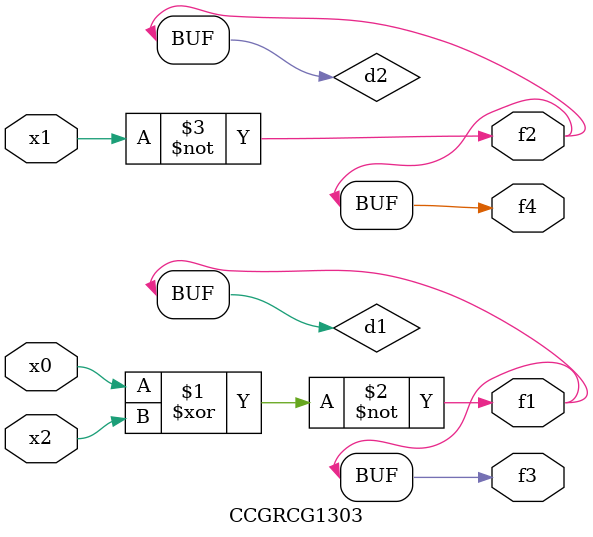
<source format=v>
module CCGRCG1303(
	input x0, x1, x2,
	output f1, f2, f3, f4
);

	wire d1, d2, d3;

	xnor (d1, x0, x2);
	nand (d2, x1);
	nor (d3, x1, x2);
	assign f1 = d1;
	assign f2 = d2;
	assign f3 = d1;
	assign f4 = d2;
endmodule

</source>
